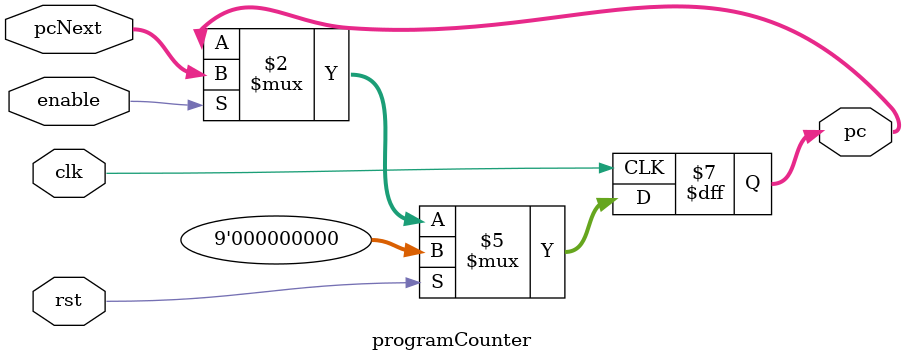
<source format=v>
`timescale 1ns / 1ps


module programCounter(
    input [8:0] pcNext,
    input enable,
    input clk,
    input rst,
    output reg [8:0] pc
    );
    
    always @(posedge clk) begin
        if (rst) begin
            pc <= 8'b0;
        end
        else if (enable) begin
            pc <= pcNext;
        end
    end
    
endmodule

</source>
